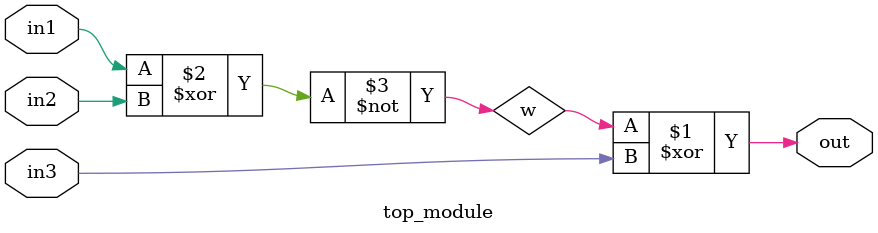
<source format=v>
module top_module (
    input in1,
    input in2,
    input in3,
    output out);
    wire w;
    assign out=w^in3;
    assign w=~(in1^in2);

endmodule

</source>
